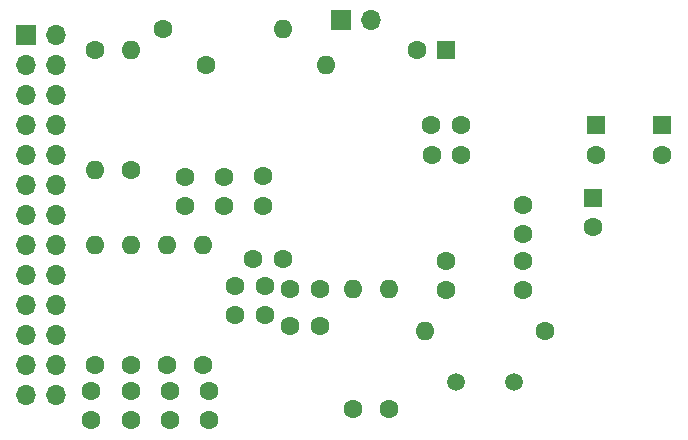
<source format=gbr>
G04 #@! TF.GenerationSoftware,KiCad,Pcbnew,(5.1.6)-1*
G04 #@! TF.CreationDate,2020-12-31T21:45:04+08:00*
G04 #@! TF.ProjectId,vs1053-waveblaster-se,76733130-3533-42d7-9761-7665626c6173,C*
G04 #@! TF.SameCoordinates,Original*
G04 #@! TF.FileFunction,Soldermask,Bot*
G04 #@! TF.FilePolarity,Negative*
%FSLAX46Y46*%
G04 Gerber Fmt 4.6, Leading zero omitted, Abs format (unit mm)*
G04 Created by KiCad (PCBNEW (5.1.6)-1) date 2020-12-31 21:45:04*
%MOMM*%
%LPD*%
G01*
G04 APERTURE LIST*
%ADD10O,1.700000X1.700000*%
%ADD11R,1.700000X1.700000*%
%ADD12O,1.600000X1.600000*%
%ADD13C,1.600000*%
%ADD14R,1.600000X1.600000*%
%ADD15C,1.500000*%
G04 APERTURE END LIST*
D10*
G04 #@! TO.C,CON1*
X120650000Y-115570000D03*
X118110000Y-115570000D03*
X120650000Y-113030000D03*
X118110000Y-113030000D03*
X120650000Y-110490000D03*
X118110000Y-110490000D03*
X120650000Y-107950000D03*
X118110000Y-107950000D03*
X120650000Y-105410000D03*
X118110000Y-105410000D03*
X120650000Y-102870000D03*
X118110000Y-102870000D03*
X120650000Y-100330000D03*
X118110000Y-100330000D03*
X120650000Y-97790000D03*
X118110000Y-97790000D03*
X120650000Y-95250000D03*
X118110000Y-95250000D03*
X120650000Y-92710000D03*
X118110000Y-92710000D03*
X120650000Y-90170000D03*
X118110000Y-90170000D03*
X120650000Y-87630000D03*
X118110000Y-87630000D03*
X120650000Y-85090000D03*
D11*
X118110000Y-85090000D03*
G04 #@! TD*
D12*
G04 #@! TO.C,R7*
X123952000Y-102870000D03*
D13*
X123952000Y-113030000D03*
G04 #@! TD*
G04 #@! TO.C,C1*
X166370000Y-95210000D03*
D14*
X166370000Y-92710000D03*
G04 #@! TD*
G04 #@! TO.C,C2*
X166116000Y-98846000D03*
D13*
X166116000Y-101346000D03*
G04 #@! TD*
G04 #@! TO.C,C3*
X151170000Y-86360000D03*
D14*
X153670000Y-86360000D03*
G04 #@! TD*
G04 #@! TO.C,C4*
X171958000Y-92710000D03*
D13*
X171958000Y-95210000D03*
G04 #@! TD*
G04 #@! TO.C,C5*
X160147000Y-99441000D03*
X160147000Y-101941000D03*
G04 #@! TD*
G04 #@! TO.C,C6*
X142962000Y-109728000D03*
X140462000Y-109728000D03*
G04 #@! TD*
G04 #@! TO.C,C7*
X142962000Y-106553000D03*
X140462000Y-106553000D03*
G04 #@! TD*
G04 #@! TO.C,C8*
X138303000Y-108799000D03*
X138303000Y-106299000D03*
G04 #@! TD*
G04 #@! TO.C,C9*
X135763000Y-106299000D03*
X135763000Y-108799000D03*
G04 #@! TD*
G04 #@! TO.C,C10*
X152400000Y-92710000D03*
X154900000Y-92710000D03*
G04 #@! TD*
G04 #@! TO.C,C11*
X152440000Y-95250000D03*
X154940000Y-95250000D03*
G04 #@! TD*
G04 #@! TO.C,C12*
X131572000Y-99568000D03*
X131572000Y-97068000D03*
G04 #@! TD*
G04 #@! TO.C,C13*
X134874000Y-99568000D03*
X134874000Y-97068000D03*
G04 #@! TD*
G04 #@! TO.C,C14*
X138176000Y-97028000D03*
X138176000Y-99528000D03*
G04 #@! TD*
G04 #@! TO.C,C15*
X139827000Y-104013000D03*
X137327000Y-104013000D03*
G04 #@! TD*
G04 #@! TO.C,C16*
X133604000Y-117689000D03*
X133604000Y-115189000D03*
G04 #@! TD*
G04 #@! TO.C,C17*
X127000000Y-117689000D03*
X127000000Y-115189000D03*
G04 #@! TD*
G04 #@! TO.C,C18*
X123571000Y-115189000D03*
X123571000Y-117689000D03*
G04 #@! TD*
G04 #@! TO.C,C19*
X130302000Y-115189000D03*
X130302000Y-117689000D03*
G04 #@! TD*
G04 #@! TO.C,C20*
X153670000Y-104180000D03*
X153670000Y-106680000D03*
G04 #@! TD*
G04 #@! TO.C,C21*
X160147000Y-104180000D03*
X160147000Y-106680000D03*
G04 #@! TD*
D12*
G04 #@! TO.C,R1*
X127000000Y-86360000D03*
D13*
X127000000Y-96520000D03*
G04 #@! TD*
G04 #@! TO.C,R2*
X130048000Y-113030000D03*
D12*
X130048000Y-102870000D03*
G04 #@! TD*
G04 #@! TO.C,R3*
X148844000Y-106553000D03*
D13*
X148844000Y-116713000D03*
G04 #@! TD*
G04 #@! TO.C,R4*
X129667000Y-84582000D03*
D12*
X139827000Y-84582000D03*
G04 #@! TD*
D13*
G04 #@! TO.C,R5*
X133096000Y-113030000D03*
D12*
X133096000Y-102870000D03*
G04 #@! TD*
G04 #@! TO.C,R6*
X127000000Y-102870000D03*
D13*
X127000000Y-113030000D03*
G04 #@! TD*
G04 #@! TO.C,R8*
X145796000Y-116713000D03*
D12*
X145796000Y-106553000D03*
G04 #@! TD*
D13*
G04 #@! TO.C,R9*
X133350000Y-87630000D03*
D12*
X143510000Y-87630000D03*
G04 #@! TD*
G04 #@! TO.C,R10*
X123952000Y-96520000D03*
D13*
X123952000Y-86360000D03*
G04 #@! TD*
G04 #@! TO.C,R11*
X162052000Y-110109000D03*
D12*
X151892000Y-110109000D03*
G04 #@! TD*
D11*
G04 #@! TO.C,TP1*
X144780000Y-83820000D03*
D10*
X147320000Y-83820000D03*
G04 #@! TD*
D15*
G04 #@! TO.C,Y1*
X154505000Y-114427000D03*
X159385000Y-114427000D03*
G04 #@! TD*
M02*

</source>
